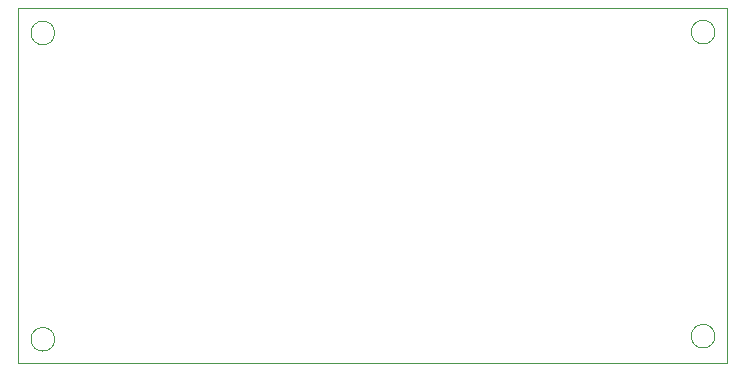
<source format=gm1>
G04 #@! TF.GenerationSoftware,KiCad,Pcbnew,(5.1.9-0-10_14)*
G04 #@! TF.CreationDate,2022-09-19T14:57:36+02:00*
G04 #@! TF.ProjectId,outdoor,6f757464-6f6f-4722-9e6b-696361645f70,rev?*
G04 #@! TF.SameCoordinates,Original*
G04 #@! TF.FileFunction,Profile,NP*
%FSLAX46Y46*%
G04 Gerber Fmt 4.6, Leading zero omitted, Abs format (unit mm)*
G04 Created by KiCad (PCBNEW (5.1.9-0-10_14)) date 2022-09-19 14:57:36*
%MOMM*%
%LPD*%
G01*
G04 APERTURE LIST*
G04 #@! TA.AperFunction,Profile*
%ADD10C,0.050000*%
G04 #@! TD*
G04 APERTURE END LIST*
D10*
X100000000Y-80000000D02*
X100000000Y-110000000D01*
X43101994Y-82072699D02*
G75*
G03*
X43101994Y-82072699I-1000000J0D01*
G01*
X43101994Y-108007711D02*
G75*
G03*
X43101994Y-108007711I-1000000J0D01*
G01*
X99000000Y-107747050D02*
G75*
G03*
X99000000Y-107747050I-1000000J0D01*
G01*
X99000000Y-82000000D02*
G75*
G03*
X99000000Y-82000000I-1000000J0D01*
G01*
X40000000Y-110000000D02*
X40000000Y-80000000D01*
X100000000Y-110000000D02*
X40000000Y-110000000D01*
X40000000Y-80000000D02*
X100000000Y-80000000D01*
M02*

</source>
